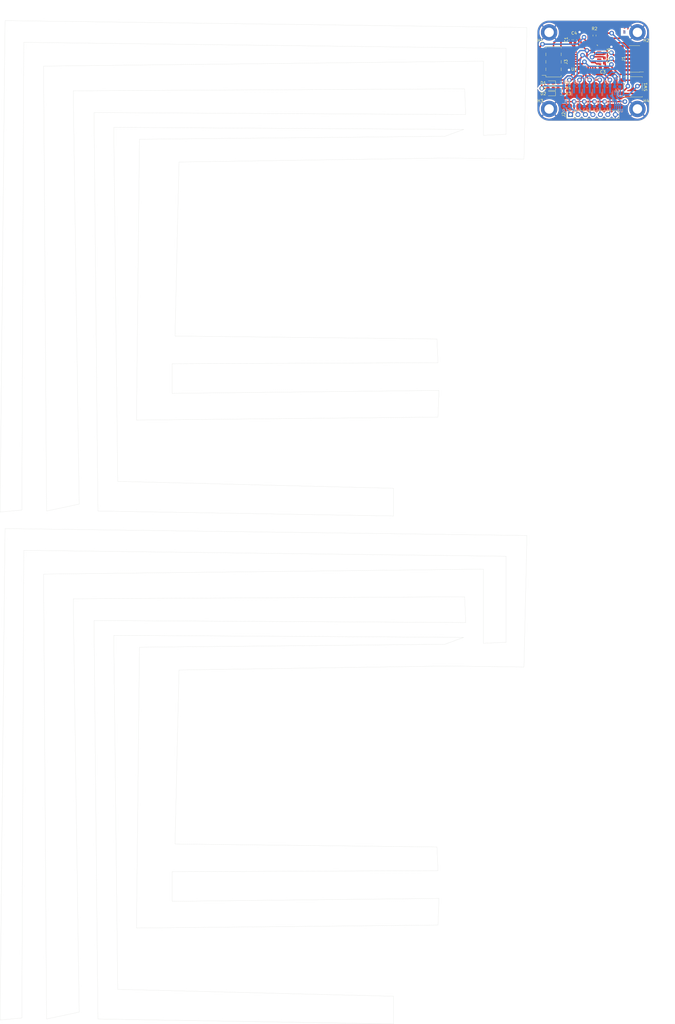
<source format=kicad_pcb>
(kicad_pcb (version 20221018) (generator pcbnew)
  (layers (0 "F.Cu" signal) (31 "B.Cu" signal) (34 "B.Paste" user) (35 "F.Paste" user) (36 "B.SilkS" user "B.Silkscreen") (37 "F.SilkS" user "F.Silkscreen") (38 "B.Mask" user) (39 "F.Mask" user) (44 "Edge.Cuts" user))
  (net 0 "")
  (net 1 "+5V-v2-")
  (net 2 "GND-v2-")
  (net 3 "+3.3V-v2-")
  (net 4 "Net-(D1-K)-v2-")
  (net 6 "Net-(D3-K)-v2-")
  (net 7 "Status_LED-v2-")
  (net 8 "Data_Clock_SNES-v2-")
  (net 9 "Data_Latch_SNES-v2-")
  (net 10 "Net-(D2-K)-v2-")
  (net 11 "Serial_Data1_SNES-v2-")
  (net 12 "Serial_Data2_SNES-v2-")
  (net 13 "SPI_Chip_Select-v2-")
  (net 14 "Chip_Enable-v2-")
  (net 15 "SPI_Digital_Input-v2-")
  (net 16 "SPI_Clock-v2-")
  (net 17 "SPI_Digital_Output-v2-")
  (net 18 "IOBit_SNES-v2-")
  (net 19 "Data_Clock_STM32-v2-")
  (net 20 "Data_Latch_STM32-v2-")
  (net 21 "Appairing_Btn-v2-")
  (net 22 "Net-(U2-BP)-v2-")
  (net 23 "SWDIO-v2-")
  (net 24 "SWDCK-v2-")
  (net 27 "NRST-v2-")
  (net 28 "USART2_RX-v2-")
  (net 29 "USART2_TX-v2-")
  (net 30 "Serial_Data1_STM32-v2-")
  (net 31 "IOBit_STM32-v2-")
  (net 32 "Serial_Data2_STM32-v2-")
  (footprint "Capacitor_SMD:C_0603_1608Metric_Pad1.08x0.95mm_HandSolder" (layer "F.Cu") (at 206.0025 17.19)
    (fp_text reference "C3")
    (fp_text value "100n")
  )
  (footprint "Diode_SMD:D_0603_1608Metric_Pad1.05x0.95mm_HandSolder" (layer "F.Cu") (at 188.26875 26.05 180)
    (fp_text reference "D2")
    (fp_text value "LED_Small")
  )
  (footprint "Diode_SMD:D_0603_1608Metric_Pad1.05x0.95mm_HandSolder" (layer "F.Cu") (at 188.26875 22.45 180)
    (fp_text reference "D1")
    (fp_text value "LED_Small")
  )
  (footprint "MountingHole:MountingHole_3.2mm_M3_DIN965_Pad" (layer "F.Cu") (at 187.75 31.25)
    (fp_text reference "H3")
    (fp_text value "MountingHole_Pad")
  )
  (footprint "Connector_PinHeader_1.27mm:PinHeader_2x07_P1.27mm_Vertical_SMD" (layer "F.Cu") (at 216.75 14.25 180)
    (fp_text reference "J1")
    (fp_text value "Conn_02x07_Odd_Even")
  )
  (footprint "Capacitor_SMD:C_0603_1608Metric_Pad1.08x0.95mm_HandSolder" (layer "F.Cu") (at 206.51 11.5 90)
    (fp_text reference "C5")
    (fp_text value "100n")
  )
  (footprint "Package_QFP:LQFP-32_7x7mm_P0.8mm" (layer "F.Cu") (at 200.6 13.15 180)
    (fp_text reference "U1")
    (fp_text value "STM32L412KBTx")
  )
  (footprint "Capacitor_SMD:C_0603_1608Metric_Pad1.08x0.95mm_HandSolder" (layer "F.Cu") (at 206.51 14.8025 90)
    (fp_text reference "C2")
    (fp_text value "100n")
  )
  (footprint "Resistor_SMD:R_0603_1608Metric_Pad0.98x0.95mm_HandSolder" (layer "F.Cu") (at 191.76875 22.45)
    (fp_text reference "R1")
    (fp_text value "1k")
  )
  (footprint "Resistor_SMD:R_0603_1608Metric_Pad0.98x0.95mm_HandSolder" (layer "F.Cu") (at 191.76875 26.05)
    (fp_text reference "R3")
    (fp_text value "1k")
  )
  (footprint "Capacitor_SMD:C_0603_1608Metric_Pad1.08x0.95mm_HandSolder" (layer "F.Cu") (at 195.05 7.75 90)
    (fp_text reference "C1")
    (fp_text value "10u")
  )
  (footprint "MountingHole:MountingHole_3.2mm_M3_DIN965_Pad" (layer "F.Cu") (at 187.75 5.25)
    (fp_text reference "H1")
    (fp_text value "MountingHole_Pad")
  )
  (footprint "MountingHole:MountingHole_3.2mm_M3_DIN965_Pad" (layer "F.Cu") (at 217.75 31.25)
    (fp_text reference "H4")
    (fp_text value "MountingHole_Pad")
  )
  (footprint "Connector_PinHeader_2.54mm:PinHeader_1x07_P2.54mm_Vertical" (layer "F.Cu") (at 195 33.15 90)
    (fp_text reference "J2")
    (fp_text value "Conn_01x07_Socket")
  )
  (footprint "Resistor_SMD:R_0603_1608Metric_Pad0.98x0.95mm_HandSolder" (layer "F.Cu") (at 191.76875 24.25)
    (fp_text reference "R4")
    (fp_text value "1k")
  )
  (footprint "Connector_PinSocket_2.54mm:PinSocket_2x04_P2.54mm_Vertical_SMD" (layer "F.Cu") (at 189.25 15.25 180)
    (fp_text reference "J3")
    (fp_text value "Conn_01x08_Socket")
  )
  (footprint "Resistor_SMD:R_0603_1608Metric_Pad0.98x0.95mm_HandSolder" (layer "F.Cu") (at 203.17 6.32 90)
    (fp_text reference "R2")
    (fp_text value "10k")
  )
  (footprint "Button_Switch_SMD:SW_SPST_B3S-1000" (layer "F.Cu") (at 216.25 23.75 180)
    (fp_text reference "SW1")
    (fp_text value "SW_SPST")
  )
  (footprint "Capacitor_SMD:C_0603_1608Metric_Pad1.08x0.95mm_HandSolder" (layer "F.Cu") (at 196.55 7.75 90)
    (fp_text reference "C4")
    (fp_text value "100n")
  )
  (footprint "Diode_SMD:D_0603_1608Metric_Pad1.05x0.95mm_HandSolder" (layer "F.Cu") (at 188.26875 24.25 180)
    (fp_text reference "D3")
    (fp_text value "LED")
  )
  (footprint "MountingHole:MountingHole_3.2mm_M3_DIN965_Pad" (layer "F.Cu") (at 217.75 5.25)
    (fp_text reference "H2")
    (fp_text value "MountingHole_Pad")
  )
  (footprint "Resistor_SMD:R_0603_1608Metric_Pad0.98x0.95mm_HandSolder" (layer "B.Cu") (at 200.6 23.45)
    (fp_text reference "R7")
    (fp_text value "10k")
  )
  (footprint "Capacitor_SMD:C_0603_1608Metric_Pad1.08x0.95mm_HandSolder" (layer "B.Cu") (at 210.9 22.2 180)
    (fp_text reference "C7")
    (fp_text value "2.2u")
  )
  (footprint "Resistor_SMD:R_0603_1608Metric_Pad0.98x0.95mm_HandSolder" (layer "B.Cu") (at 200.6 30.35)
    (fp_text reference "R12")
    (fp_text value "10k")
  )
  (footprint "Package_TO_SOT_SMD:SOT-23" (layer "B.Cu") (at 207.5 26.15 -90)
    (fp_text reference "Q5")
    (fp_text value "2N7002")
  )
  (footprint "Resistor_SMD:R_0603_1608Metric_Pad0.98x0.95mm_HandSolder" (layer "B.Cu") (at 197.15 23.45)
    (fp_text reference "R6")
    (fp_text value "10k")
  )
  (footprint "Package_TO_SOT_SMD:SOT-23" (layer "B.Cu") (at 197.15 26.15 -90)
    (fp_text reference "Q2")
    (fp_text value "2N7002")
  )
  (footprint "Resistor_SMD:R_0603_1608Metric_Pad0.98x0.95mm_HandSolder" (layer "B.Cu") (at 207.5 30.35)
    (fp_text reference "R14")
    (fp_text value "10k")
  )
  (footprint "Resistor_SMD:R_0603_1608Metric_Pad0.98x0.95mm_HandSolder" (layer "B.Cu") (at 193.7 23.45)
    (fp_text reference "R5")
    (fp_text value "10k")
  )
  (footprint "Package_TO_SOT_SMD:SOT-23" (layer "B.Cu") (at 193.7 26.15 -90)
    (fp_text reference "Q1")
    (fp_text value "2N7002")
  )
  (footprint "Resistor_SMD:R_0603_1608Metric_Pad0.98x0.95mm_HandSolder" (layer "B.Cu") (at 207.5 23.45)
    (fp_text reference "R9")
    (fp_text value "10k")
  )
  (footprint "Resistor_SMD:R_0603_1608Metric_Pad0.98x0.95mm_HandSolder" (layer "B.Cu") (at 197.15 30.35)
    (fp_text reference "R11")
    (fp_text value "10k")
  )
  (footprint "Capacitor_SMD:C_0603_1608Metric_Pad1.08x0.95mm_HandSolder" (layer "B.Cu") (at 210.9 23.7 180)
    (fp_text reference "C6")
    (fp_text value "470p")
  )
  (footprint "Resistor_SMD:R_0603_1608Metric_Pad0.98x0.95mm_HandSolder" (layer "B.Cu") (at 204.05 23.45)
    (fp_text reference "R8")
    (fp_text value "10k")
  )
  (footprint "Package_TO_SOT_SMD:SOT-23" (layer "B.Cu") (at 204.05 26.15 -90)
    (fp_text reference "Q4")
    (fp_text value "2N7002")
  )
  (footprint "Resistor_SMD:R_0603_1608Metric_Pad0.98x0.95mm_HandSolder" (layer "B.Cu") (at 204.05 30.35)
    (fp_text reference "R13")
    (fp_text value "10k")
  )
  (footprint "Package_TO_SOT_SMD:SOT-23" (layer "B.Cu") (at 200.6 26.15 -90)
    (fp_text reference "Q3")
    (fp_text value "2N7002")
  )
  (footprint "Package_SO:MSOP-8_3x3mm_P0.65mm" (layer "B.Cu") (at 211.0125 27.9 -90)
    (fp_text reference "U2")
    (fp_text value "MIC5219-3.3YMM")
  )
  (footprint "Resistor_SMD:R_0603_1608Metric_Pad0.98x0.95mm_HandSolder" (layer "B.Cu") (at 193.7 30.35)
    (fp_text reference "R10")
    (fp_text value "10k")
  )
  (gr_line (start 150.329937 299.32989) (end 59.679937 300.32989) (stroke (width 0.05)) (layer "Edge.Cuts"))
  (gr_line (start 33.149937 32.47989) (end 34.489937 167.78989) (stroke (width 0.05)) (layer "Edge.Cuts"))
  (gr_line (start 134.889937 169.46989) (end 134.889937 160.06989) (stroke (width 0.05)) (layer "Edge.Cuts"))
  (gr_line (start 152.349937 213.03989) (end 48.599937 214.03989) (stroke (width 0.05)) (layer "Edge.Cuts"))
  (gr_line (start 165.439937 15.01989) (end 16.029937 16.69989) (stroke (width 0.05)) (layer "Edge.Cuts"))
  (gr_line (start 1.249937 340.62989) (end 8.639937 339.94989) (stroke (width 0.05)) (layer "Edge.Cuts"))
  (gr_line (start 34.489937 167.78989) (end 134.889937 169.46989) (stroke (width 0.05)) (layer "Edge.Cuts"))
  (gr_line (start 150.329937 126.82989) (end 59.679937 127.82989) (stroke (width 0.05)) (layer "Edge.Cuts"))
  (gr_line (start 153.019937 220.41989) (end 179.209937 220.75989) (stroke (width 0.05)) (layer "Edge.Cuts"))
  (gr_arc (start 183.75 5.25) (mid 184.921573 2.421573) (end 187.75 1.25) (stroke (width 0.1)) (layer "Edge.Cuts"))
  (gr_line (start 173.159937 183.14989) (end 173.159937 212.35989) (stroke (width 0.05)) (layer "Edge.Cuts"))
  (gr_line (start 159.059937 196.91989) (end 159.399937 205.64989) (stroke (width 0.05)) (layer "Edge.Cuts"))
  (gr_line (start 165.439937 187.51989) (end 16.029937 189.19989) (stroke (width 0.05)) (layer "Edge.Cuts"))
  (gr_line (start 187.75 1.25) (end 217.75 1.25) (stroke (width 0.1)) (layer "Edge.Cuts"))
  (gr_line (start 165.439937 40.19989) (end 165.439937 15.01989) (stroke (width 0.05)) (layer "Edge.Cuts"))
  (gr_line (start 17.039937 167.78989) (end 28.119937 165.43989) (stroke (width 0.05)) (layer "Edge.Cuts"))
  (gr_line (start 153.019937 47.91989) (end 179.209937 48.25989) (stroke (width 0.05)) (layer "Edge.Cuts"))
  (gr_line (start 2.929937 173.74989) (end 1.249937 340.62989) (stroke (width 0.05)) (layer "Edge.Cuts"))
  (gr_line (start 173.159937 10.64989) (end 173.159937 39.85989) (stroke (width 0.05)) (layer "Edge.Cuts"))
  (gr_line (start 48.599937 41.53989) (end 47.589937 136.89989) (stroke (width 0.05)) (layer "Edge.Cuts"))
  (gr_line (start 149.659937 109.36989) (end 60.679937 108.35989) (stroke (width 0.05)) (layer "Edge.Cuts"))
  (gr_line (start 134.889937 332.56989) (end 41.209937 330.21989) (stroke (width 0.05)) (layer "Edge.Cuts"))
  (gr_line (start 158.729937 210.68989) (end 152.349937 213.03989) (stroke (width 0.05)) (layer "Edge.Cuts"))
  (gr_line (start 173.159937 212.35989) (end 165.439937 212.69989) (stroke (width 0.05)) (layer "Edge.Cuts"))
  (gr_line (start 1.249937 168.12989) (end 8.639937 167.44989) (stroke (width 0.05)) (layer "Edge.Cuts"))
  (gr_line (start 59.679937 290.25989) (end 149.999937 289.92989) (stroke (width 0.05)) (layer "Edge.Cuts"))
  (gr_line (start 180.219937 176.09989) (end 2.929937 173.74989) (stroke (width 0.05)) (layer "Edge.Cuts"))
  (gr_line (start 26.099937 197.58989) (end 159.059937 196.91989) (stroke (width 0.05)) (layer "Edge.Cuts"))
  (gr_line (start 26.099937 25.08989) (end 159.059937 24.41989) (stroke (width 0.05)) (layer "Edge.Cuts"))
  (gr_line (start 59.679937 300.32989) (end 59.679937 290.25989) (stroke (width 0.05)) (layer "Edge.Cuts"))
  (gr_line (start 158.729937 38.18989) (end 152.349937 40.53989) (stroke (width 0.05)) (layer "Edge.Cuts"))
  (gr_line (start 149.999937 289.92989) (end 149.659937 281.86989) (stroke (width 0.05)) (layer "Edge.Cuts"))
  (gr_line (start 149.999937 308.38989) (end 150.329937 299.32989) (stroke (width 0.05)) (layer "Edge.Cuts"))
  (gr_line (start 16.029937 16.69989) (end 17.039937 167.78989) (stroke (width 0.05)) (layer "Edge.Cuts"))
  (gr_line (start 59.679937 127.82989) (end 59.679937 117.75989) (stroke (width 0.05)) (layer "Edge.Cuts"))
  (gr_line (start 28.119937 165.43989) (end 26.099937 25.08989) (stroke (width 0.05)) (layer "Edge.Cuts"))
  (gr_line (start 165.439937 212.69989) (end 165.439937 187.51989) (stroke (width 0.05)) (layer "Edge.Cuts"))
  (gr_line (start 60.679937 280.85989) (end 62.029937 221.76989) (stroke (width 0.05)) (layer "Edge.Cuts"))
  (gr_line (start 62.029937 221.76989) (end 153.019937 220.41989) (stroke (width 0.05)) (layer "Edge.Cuts"))
  (gr_line (start 16.029937 189.19989) (end 17.039937 340.28989) (stroke (width 0.05)) (layer "Edge.Cuts"))
  (gr_line (start 149.659937 281.86989) (end 60.679937 280.85989) (stroke (width 0.05)) (layer "Edge.Cuts"))
  (gr_line (start 159.399937 205.64989) (end 33.149937 204.97989) (stroke (width 0.05)) (layer "Edge.Cuts"))
  (gr_arc (start 221.75 31.25) (mid 220.578427 34.078427) (end 217.75 35.25) (stroke (width 0.1)) (layer "Edge.Cuts"))
  (gr_line (start 39.869937 210.00989) (end 158.729937 210.68989) (stroke (width 0.05)) (layer "Edge.Cuts"))
  (gr_line (start 159.059937 24.41989) (end 159.399937 33.14989) (stroke (width 0.05)) (layer "Edge.Cuts"))
  (gr_line (start 9.309937 8.63989) (end 173.159937 10.64989) (stroke (width 0.05)) (layer "Edge.Cuts"))
  (gr_line (start 39.869937 37.50989) (end 158.729937 38.18989) (stroke (width 0.05)) (layer "Edge.Cuts"))
  (gr_line (start 217.75 35.25) (end 187.75 35.25) (stroke (width 0.1)) (layer "Edge.Cuts"))
  (gr_line (start 47.589937 136.89989) (end 149.999937 135.88989) (stroke (width 0.05)) (layer "Edge.Cuts"))
  (gr_line (start 173.159937 39.85989) (end 165.439937 40.19989) (stroke (width 0.05)) (layer "Edge.Cuts"))
  (gr_line (start 60.679937 108.35989) (end 62.029937 49.26989) (stroke (width 0.05)) (layer "Edge.Cuts"))
  (gr_line (start 8.639937 339.94989) (end 9.309937 181.13989) (stroke (width 0.05)) (layer "Edge.Cuts"))
  (gr_arc (start 217.75 1.25) (mid 220.578427 2.421573) (end 221.75 5.25) (stroke (width 0.1)) (layer "Edge.Cuts"))
  (gr_line (start 221.75 5.25) (end 221.75 31.25) (stroke (width 0.1)) (layer "Edge.Cuts"))
  (gr_line (start 2.929937 1.24989) (end 1.249937 168.12989) (stroke (width 0.05)) (layer "Edge.Cuts"))
  (gr_line (start 134.889937 341.96989) (end 134.889937 332.56989) (stroke (width 0.05)) (layer "Edge.Cuts"))
  (gr_line (start 41.209937 157.71989) (end 39.869937 37.50989) (stroke (width 0.05)) (layer "Edge.Cuts"))
  (gr_line (start 152.349937 40.53989) (end 48.599937 41.53989) (stroke (width 0.05)) (layer "Edge.Cuts"))
  (gr_line (start 134.889937 160.06989) (end 41.209937 157.71989) (stroke (width 0.05)) (layer "Edge.Cuts"))
  (gr_line (start 28.119937 337.93989) (end 26.099937 197.58989) (stroke (width 0.05)) (layer "Edge.Cuts"))
  (gr_line (start 47.589937 309.39989) (end 149.999937 308.38989) (stroke (width 0.05)) (layer "Edge.Cuts"))
  (gr_line (start 159.399937 33.14989) (end 33.149937 32.47989) (stroke (width 0.05)) (layer "Edge.Cuts"))
  (gr_line (start 183.75 31.25) (end 183.75 5.25) (stroke (width 0.1)) (layer "Edge.Cuts"))
  (gr_line (start 34.489937 340.28989) (end 134.889937 341.96989) (stroke (width 0.05)) (layer "Edge.Cuts"))
  (gr_line (start 62.029937 49.26989) (end 153.019937 47.91989) (stroke (width 0.05)) (layer "Edge.Cuts"))
  (gr_line (start 33.149937 204.97989) (end 34.489937 340.28989) (stroke (width 0.05)) (layer "Edge.Cuts"))
  (gr_line (start 8.639937 167.44989) (end 9.309937 8.63989) (stroke (width 0.05)) (layer "Edge.Cuts"))
  (gr_line (start 17.039937 340.28989) (end 28.119937 337.93989) (stroke (width 0.05)) (layer "Edge.Cuts"))
  (gr_line (start 41.209937 330.21989) (end 39.869937 210.00989) (stroke (width 0.05)) (layer "Edge.Cuts"))
  (gr_line (start 179.209937 48.25989) (end 180.219937 3.59989) (stroke (width 0.05)) (layer "Edge.Cuts"))
  (gr_line (start 59.679937 117.75989) (end 149.999937 117.42989) (stroke (width 0.05)) (layer "Edge.Cuts"))
  (gr_line (start 9.309937 181.13989) (end 173.159937 183.14989) (stroke (width 0.05)) (layer "Edge.Cuts"))
  (gr_arc (start 187.75 35.25) (mid 184.921573 34.078427) (end 183.75 31.25) (stroke (width 0.1)) (layer "Edge.Cuts"))
  (gr_line (start 149.999937 135.88989) (end 150.329937 126.82989) (stroke (width 0.05)) (layer "Edge.Cuts"))
  (gr_line (start 149.999937 117.42989) (end 149.659937 109.36989) (stroke (width 0.05)) (layer "Edge.Cuts"))
  (gr_line (start 180.219937 3.59989) (end 2.929937 1.24989) (stroke (width 0.05)) (layer "Edge.Cuts"))
  (gr_line (start 48.599937 214.03989) (end 47.589937 309.39989) (stroke (width 0.05)) (layer "Edge.Cuts"))
  (gr_line (start 179.209937 220.75989) (end 180.219937 176.09989) (stroke (width 0.05)) (layer "Edge.Cuts"))
  (gr_text "T" (at 212.75 5.75) (layer "F.Cu") (effects (font (size 1 1)) (justify left bottom)))
  (gr_text "SNES Plug" (at 205.75 3.75) (layer "F.Cu") (effects (font (size 1 1)) (justify left bottom)))
  (gr_text "B" (at 212.75 5.75) (layer "B.Cu") (effects (font (size 1 1)) (justify left bottom)))
  (segment (start 203.1375 28.75) (end 206.5875 28.75) (width 0.5) (layer "F.Cu") (net 1))
  (segment (start 196.2375 31.9125) (end 195 33.15) (width 0.5) (layer "F.Cu") (net 1))
  (segment (start 206.5875 28.75) (end 213.5 28.75) (width 0.5) (layer "F.Cu") (net 1))
  (segment (start 196.2375 28.75) (end 199.6875 28.75) (width 0.3) (layer "F.Cu") (net 1))
  (segment (start 190.25 27.5) (end 191.5 28.75) (width 0.5) (layer "F.Cu") (net 1))
  (segment (start 187.39375 26.05) (end 187.39375 26.084561) (width 0.5) (layer "F.Cu") (net 1))
  (segment (start 196.2375 28.75) (end 196.2375 31.9125) (width 0.5) (layer "F.Cu") (net 1))
  (segment (start 203.1375 28.75) (end 199.6875 28.75) (width 0.5) (layer "F.Cu") (net 1))
  (segment (start 191.5 28.75) (end 196.2375 28.75) (width 0.5) (layer "F.Cu") (net 1))
  (segment (start 187.39375 26.084561) (end 188.809189 27.5) (width 0.5) (layer "F.Cu") (net 1))
  (segment (start 188.809189 27.5) (end 190.25 27.5) (width 0.5) (layer "F.Cu") (net 1))
  (via (at 213.5 28.75) (size 1.6) (drill 0.8) (layers "F.Cu" "B.Cu") (net 1))
  (via (at 203.1375 28.75) (size 1.6) (drill 0.8) (layers "F.Cu" "B.Cu") (net 1))
  (via (at 199.6875 28.75) (size 1.6) (drill 0.8) (layers "F.Cu" "B.Cu") (net 1))
  (via (at 206.5875 28.75) (size 1.6) (drill 0.8) (layers "F.Cu" "B.Cu") (net 1))
  (via (at 196.2375 28.75) (size 1.6) (drill 0.8) (layers "F.Cu" "B.Cu") (net 1))
  (segment (start 203.1375 28.75) (end 203.1375 30.35) (width 0.5) (layer "B.Cu") (net 1))
  (segment (start 195 33.15) (end 195 32.5625) (width 0.5) (layer "B.Cu") (net 1))
  (segment (start 206.5875 28.75) (end 206.5875 30.35) (width 0.5) (layer "B.Cu") (net 1))
  (segment (start 213.4 28.65) (end 212.106739 28.65) (width 0.5) (layer "B.Cu") (net 1))
  (segment (start 213.5 28.75) (end 213.4 28.65) (width 0.5) (layer "B.Cu") (net 1))
  (segment (start 212.106739 28.65) (end 210.6875 27.230761) (width 0.5) (layer "B.Cu") (net 1))
  (segment (start 196.2375 30.35) (end 196.2375 28.75) (width 0.5) (layer "B.Cu") (net 1))
  (segment (start 210.6875 25.7875) (end 210.6875 27.230761) (width 0.3) (layer "B.Cu") (net 1))
  (segment (start 195 32.5625) (end 192.7875 30.35) (width 0.5) (layer "B.Cu") (net 1))
  (segment (start 199.6875 28.75) (end 199.6875 30.35) (width 0.5) (layer "B.Cu") (net 1))
  (segment (start 193.44 19.06) (end 191.77 19.06) (width 0.5) (layer "F.Cu") (net 2))
  (segment (start 206.51 15.665) (end 206.51 15.591193) (width 0.5) (layer "F.Cu") (net 2))
  (segment (start 196.55 6.8875) (end 196.55 6.7) (width 0.5) (layer "F.Cu") (net 2))
  (segment (start 205.84 18.215) (end 206.865 17.19) (width 0.5) (layer "F.Cu") (net 2))
  (segment (start 206.51 15.591193) (end 207.535 14.566193) (width 0.5) (layer "F.Cu") (net 2))
  (segment (start 196.55 6.7) (end 198.1 5.15) (width 0.5) (layer "F.Cu") (net 2))
  (segment (start 208.899189 10.15) (end 208.411689 10.6375) (width 0.5) (layer "F.Cu") (net 2))
  (segment (start 204.29 18.215) (end 205.84 18.215) (width 0.5) (layer "F.Cu") (net 2))
  (segment (start 194.5 18) (end 193.44 19.06) (width 0.5) (layer "F.Cu") (net 2))
  (segment (start 208.411689 10.6375) (end 206.51 10.6375) (width 0.5) (layer "F.Cu") (net 2))
  (segment (start 207.535 14.566193) (end 207.535 11.6625) (width 0.5) (layer "F.Cu") (net 2))
  (segment (start 195.05 6.8875) (end 196.55 6.8875) (width 0.5) (layer "F.Cu") (net 2))
  (segment (start 197.8 5.45) (end 197.8 8.975) (width 0.5) (layer "F.Cu") (net 2))
  (segment (start 206.865 17.19) (end 206.865 16.02) (width 0.5) (layer "F.Cu") (net 2))
  (segment (start 207.535 11.6625) (end 206.51 10.6375) (width 0.5) (layer "F.Cu") (net 2))
  (segment (start 198.1 5.15) (end 197.8 5.45) (width 0.5) (layer "F.Cu") (net 2))
  (segment (start 203.4 17.325) (end 204.29 18.215) (width 0.5) (layer "F.Cu") (net 2))
  (segment (start 206.865 16.02) (end 206.51 15.665) (width 0.5) (layer "F.Cu") (net 2))
  (via (at 194.5 18) (size 1.6) (drill 0.8) (layers "F.Cu" "B.Cu") (net 2))
  (via (at 210.0375 20.15) (size 1.6) (drill 0.8) (layers "F.Cu" "B.Cu") (net 2))
  (via (at 208.899189 10.15) (size 1.6) (drill 0.8) (layers "F.Cu" "B.Cu") (net 2))
  (via (at 198.1 5.15) (size 1.6) (drill 0.8) (layers "F.Cu" "B.Cu") (net 2))
  (segment (start 206.15 10.15) (end 201.15 5.15) (width 0.5) (layer "B.Cu") (net 2))
  (segment (start 210.0375 22.2) (end 210.0375 23.7) (width 0.5) (layer "B.Cu") (net 2))
  (segment (start 210.0375 20.1875) (end 210 20.15) (width 0.5) (layer "B.Cu") (net 2))
  (segment (start 201.15 5.15) (end 198.1 5.15) (width 0.5) (layer "B.Cu") (net 2))
  (segment (start 210.0375 22.2) (end 210.0375 20.15) (width 0.5) (layer "B.Cu") (net 2))
  (segment (start 208.899189 10.15) (end 206.15 10.15) (width 0.5) (layer "B.Cu") (net 2))
  (segment (start 206.51 12.3625) (end 206.1225 12.75) (width 0.5) (layer "F.Cu") (net 3))
  (segment (start 185.25 24.25) (end 185.25 20.54) (width 0.5) (layer "F.Cu") (net 3))
  (segment (start 202.4 11.4) (end 200.6 11.4) (width 0.5) (layer "F.Cu") (net 3))
  (segment (start 196.425 10.35) (end 196.425 8.7375) (width 0.5) (layer "F.Cu") (net 3))
  (segment (start 206.1225 12.75) (end 204.775 12.75) (width 0.5) (layer "F.Cu") (net 3))
  (segment (start 195.05 8.975) (end 196.425 10.35) (width 0.5) (layer "F.Cu") (net 3))
  (segment (start 203.870406 15.95) (end 203.420406 15.5) (width 0.5) (layer "F.Cu") (net 3))
  (segment (start 212.275 21.5) (end 220.225 21.5) (width 0.5) (layer "F.Cu") (net 3))
  (segment (start 205.14 17.19) (end 205.14 16.315) (width 0.5) (layer "F.Cu") (net 3))
  (segment (start 220.75 20.975) (end 220.75 17.14) (width 0.5) (layer "F.Cu") (net 3))
  (segment (start 203.420406 15.5) (end 202.290811 15.5) (width 0.5) (layer "F.Cu") (net 3))
  (segment (start 218.7 16.79) (end 220.4 16.79) (width 0.5) (layer "F.Cu") (net 3))
  (segment (start 204.775 15.95) (end 203.870406 15.95) (width 0.5) (layer "F.Cu") (net 3))
  (segment (start 220.225 21.5) (end 220.75 20.975) (width 0.5) (layer "F.Cu") (net 3))
  (segment (start 195.05 8.6125) (end 195.05 8.975) (width 0.5) (layer "F.Cu") (net 3))
  (segment (start 185.25 20.54) (end 186.73 19.06) (width 0.5) (layer "F.Cu") (net 3))
  (segment (start 203.75 12.75) (end 202.4 11.4) (width 0.5) (layer "F.Cu") (net 3))
  (segment (start 218.225 23.5) (end 220.225 21.5) (width 0.5) (layer "F.Cu") (net 3))
  (segment (start 205.14 16.315) (end 204.775 15.95) (width 0.5) (layer "F.Cu") (net 3))
  (segment (start 199.55 10.35) (end 196.425 10.35) (width 0.5) (layer "F.Cu") (net 3))
  (segment (start 202.290811 15.5) (end 200.6 13.809189) (width 0.5) (layer "F.Cu") (net 3))
  (segment (start 217.75 23.5) (end 218.225 23.5) (width 0.5) (layer "F.Cu") (net 3))
  (segment (start 220.4 16.79) (end 220.75 17.14) (width 0.5) (layer "F.Cu") (net 3))
  (segment (start 187.39375 24.25) (end 185.25 24.25) (width 0.5) (layer "F.Cu") (net 3))
  (segment (start 204.775 12.75) (end 203.75 12.75) (width 0.5) (layer "F.Cu") (net 3))
  (segment (start 200.6 13.809189) (end 200.6 11.4) (width 0.5) (layer "F.Cu") (net 3))
  (segment (start 196.425 8.7375) (end 196.55 8.6125) (width 0.5) (layer "F.Cu") (net 3))
  (segment (start 200.6 11.4) (end 199.55 10.35) (width 0.5) (layer "F.Cu") (net 3))
  (via (at 217.75 23.5) (size 1.6) (drill 0.8) (layers "F.Cu" "B.Cu") (net 3))
  (via (at 200.6 11.4) (size 1.6) (drill 0.8) (layers "F.Cu" "B.Cu") (net 3))
  (via (at 185.25 24.25) (size 1.6) (drill 0.8) (layers "F.Cu" "B.Cu") (net 3))
  (segment (start 192.75 25.2125) (end 192.75 23.4875) (width 0.5) (layer "B.Cu") (net 3))
  (segment (start 203.1 23.4875) (end 203.1375 23.45) (width 0.5) (layer "B.Cu") (net 3))
  (segment (start 214.743261 26.506739) (end 217.75 23.5) (width 0.5) (layer "B.Cu") (net 3))
  (segment (start 185.25 24.25) (end 186.05 23.45) (width 0.5) (layer "B.Cu") (net 3))
  (segment (start 186.05 23.45) (end 192.7875 23.45) (width 0.5) (layer "B.Cu") (net 3))
  (segment (start 197.303311 12.446689) (end 197.303311 20.05) (width 0.5) (layer "B.Cu") (net 3))
  (segment (start 199.65 23.4875) (end 199.6875 23.45) (width 0.5) (layer "B.Cu") (net 3))
  (segment (start 192.75 23.4875) (end 192.7875 23.45) (width 0.5) (layer "B.Cu") (net 3))
  (segment (start 204.203311 20.05) (end 203.1375 21.115811) (width 0.5) (layer "B.Cu") (net 3))
  (segment (start 211.7625 22.2) (end 211.7625 19.965811) (width 0.5) (layer "B.Cu") (net 3))
  (segment (start 199.6875 21.115811) (end 198.621689 20.05) (width 0.5) (layer "B.Cu") (net 3))
  (segment (start 212.45 22.2) (end 211.7625 22.2) (width 0.5) (layer "B.Cu") (net 3))
  (segment (start 210.596689 18.8) (end 208.903311 18.8) (width 0.5) (layer "B.Cu") (net 3))
  (segment (start 211.3375 25.7875) (end 211.3375 26.727817) (width 0.3) (layer "B.Cu") (net 3))
  (segment (start 196.2375 21.115811) (end 196.2375 23.45) (width 0.5) (layer "B.Cu") (net 3))
  (segment (start 200.6 11.4) (end 198.35 11.4) (width 0.5) (layer "B.Cu") (net 3))
  (segment (start 213 26.506739) (end 213 22.75) (width 0.5) (layer "B.Cu") (net 3))
  (segment (start 195.171689 20.05) (end 196.2375 21.115811) (width 0.5) (layer "B.Cu") (net 3))
  (segment (start 211.7625 19.965811) (end 210.596689 18.8) (width 0.5) (layer "B.Cu") (net 3))
  (segment (start 192.7875 23.45) (end 192.7875 21.315811) (width 0.5) (layer "B.Cu") (net 3))
  (segment (start 205.521689 20.05) (end 204.203311 20.05) (width 0.5) (layer "B.Cu") (net 3))
  (segment (start 199.65 25.2125) (end 199.65 23.4875) (width 0.5) (layer "B.Cu") (net 3))
  (segment (start 208.903311 18.8) (end 206.5875 21.115811) (width 0.5) (layer "B.Cu") (net 3))
  (segment (start 214.743261 26.506739) (end 213 26.506739) (width 0.5) (layer "B.Cu") (net 3))
  (segment (start 206.55 25.2125) (end 206.55 23.4875) (width 0.5) (layer "B.Cu") (net 3))
  (segment (start 206.5875 21.115811) (end 205.521689 20.05) (width 0.5) (layer "B.Cu") (net 3))
  (segment (start 199.6875 21.115811) (end 200.753311 20.05) (width 0.5) (layer "B.Cu") (net 3))
  (segment (start 203.1375 21.115811) (end 203.1375 23.45) (width 0.5) (layer "B.Cu") (net 3))
  (segment (start 197.303311 20.05) (end 196.2375 21.115811) (width 0.5) (layer "B.Cu") (net 3))
  (segment (start 212.356739 27.15) (end 211.759683 27.15) (width 0.5) (layer "B.Cu") (net 3))
  (segment (start 198.35 11.4) (end 197.303311 12.446689) (width 0.5) (layer "B.Cu") (net 3))
  (segment (start 196.2 25.2125) (end 196.2 23.4875) (width 0.5) (layer "B.Cu") (net 3))
  (segment (start 192.7875 21.315811) (end 194.053311 20.05) (width 0.5) (layer "B.Cu") (net 3))
  (segment (start 211.3375 26.727817) (end 211.759683 27.15) (width 0.3) (layer "B.Cu") (net 3))
  (segment (start 206.55 23.4875) (end 206.5875 23.45) (width 0.5) (layer "B.Cu") (net 3))
  (segment (start 198.621689 20.05) (end 197.303311 20.05) (width 0.5) (layer "B.Cu") (net 3))
  (segment (start 213 26.506739) (end 212.356739 27.15) (width 0.5) (layer "B.Cu") (net 3))
  (segment (start 203.1 25.2125) (end 203.1 23.4875) (width 0.5) (layer "B.Cu") (net 3))
  (segment (start 202.071689 20.05) (end 203.1375 21.115811) (width 0.5) (layer "B.Cu") (net 3))
  (segment (start 206.5875 23.45) (end 206.5875 21.115811) (width 0.5) (layer "B.Cu") (net 3))
  (segment (start 213 22.75) (end 212.45 22.2) (width 0.5) (layer "B.Cu") (net 3))
  (segment (start 199.6875 23.45) (end 199.6875 21.115811) (width 0.5) (layer "B.Cu") (net 3))
  (segment (start 200.753311 20.05) (end 202.071689 20.05) (width 0.5) (layer "B.Cu") (net 3))
  (segment (start 196.2 23.4875) (end 196.2375 23.45) (width 0.5) (layer "B.Cu") (net 3))
  (segment (start 194.053311 20.05) (end 195.171689 20.05) (width 0.5) (layer "B.Cu") (net 3))
  (segment (start 190.85625 22.45) (end 189.14375 22.45) (width 0.5) (layer "F.Cu") (net 4))
  (segment (start 190.85625 24.25) (end 189.14375 24.25) (width 0.5) (layer "F.Cu") (net 6))
  (segment (start 188.41875 21.425) (end 192.575 21.425) (width 0.5) (layer "F.Cu") (net 7))
  (segment (start 194 20) (end 195.125 20) (width 0.5) (layer "F.Cu") (net 7))
  (segment (start 192.575 21.425) (end 194 20) (width 0.5) (layer "F.Cu") (net 7))
  (segment (start 187.39375 22.45) (end 188.41875 21.425) (width 0.5) (layer "F.Cu") (net 7))
  (segment (start 195.125 20) (end 197.8 17.325) (width 0.5) (layer "F.Cu") (net 7))
  (segment (start 196.0125 31.75) (end 194.6125 30.35) (width 0.5) (layer "B.Cu") (net 8))
  (segment (start 197.54 33.15) (end 197.54 32.54) (width 0.5) (layer "B.Cu") (net 8))
  (segment (start 194.6125 30.35) (end 194.6125 28) (width 0.5) (layer "B.Cu") (net 8))
  (segment (start 197.54 32.54) (end 196.75 31.75) (width 0.5) (layer "B.Cu") (net 8))
  (segment (start 196.75 31.75) (end 196.0125 31.75) (width 0.5) (layer "B.Cu") (net 8))
  (segment (start 194.6125 28) (end 193.7 27.0875) (width 0.5) (layer "B.Cu") (net 8))
  (segment (start 198.0625 30.35) (end 198.0625 28) (width 0.5) (layer "B.Cu") (net 9))
  (segment (start 198.0625 31.2125) (end 200 33.15) (width 0.5) (layer "B.Cu") (net 9))
  (segment (start 198.0625 30.35) (end 198.0625 31.2125) (width 0.5) (layer "B.Cu") (net 9))
  (segment (start 198.0625 28) (end 197.15 27.0875) (width 0.5) (layer "B.Cu") (net 9))
  (segment (start 189.14375 26.05) (end 190.85625 26.05) (width 0.5) (layer "F.Cu") (net 10))
  (segment (start 201.5125 28) (end 200.6 27.0875) (width 0.5) (layer "B.Cu") (net 11))
  (segment (start 201.5125 30.35) (end 201.5125 32.1625) (width 0.5) (layer "B.Cu") (net 11))
  (segment (start 201.5125 32.1625) (end 202.5 33.15) (width 0.5) (layer "B.Cu") (net 11))
  (segment (start 201.5125 30.35) (end 201.5125 28) (width 0.5) (layer "B.Cu") (net 11))
  (segment (start 204.9625 28) (end 204.05 27.0875) (width 0.5) (layer "B.Cu") (net 12))
  (segment (start 204.9625 30.35) (end 204.9625 33.1125) (width 0.5) (layer "B.Cu") (net 12))
  (segment (start 204.9625 30.35) (end 204.9625 28) (width 0.5) (layer "B.Cu") (net 12))
  (segment (start 204.9625 33.1125) (end 205 33.15) (width 0.5) (layer "B.Cu") (net 12))
  (segment (start 188 15.25) (end 186.73 16.52) (width 0.5) (layer "F.Cu") (net 13))
  (segment (start 194.85 11.15) (end 194 12) (width 0.5) (layer "F.Cu") (net 13))
  (segment (start 193.5 15.25) (end 188 15.25) (width 0.5) (layer "F.Cu") (net 13))
  (segment (start 196.425 11.15) (end 194.85 11.15) (width 0.5) (layer "F.Cu") (net 13))
  (segment (start 194 14.75) (end 193.5 15.25) (width 0.5) (layer "F.Cu") (net 13))
  (segment (start 194 12) (end 194 14.75) (width 0.5) (layer "F.Cu") (net 13))
  (segment (start 195.125 12.345406) (end 195.520406 11.95) (width 0.5) (layer "F.Cu") (net 14))
  (segment (start 195.125 15.625) (end 195.125 12.345406) (width 0.5) (layer "F.Cu") (net 14))
  (segment (start 194.23 16.52) (end 195.125 15.625) (width 0.5) (layer "F.Cu") (net 14))
  (segment (start 195.520406 11.95) (end 196.425 11.95) (width 0.5) (layer "F.Cu") (net 14))
  (segment (start 191.77 16.52) (end 194.23 16.52) (width 0.5) (layer "F.Cu") (net 14))
  (segment (start 196.486307 3.8) (end 198.8 3.8) (width 0.5) (layer "F.Cu") (net 15))
  (segment (start 198.8 3.8) (end 201 6) (width 0.5) (layer "F.Cu") (net 15))
  (segment (start 191.77 8.516307) (end 196.486307 3.8) (width 0.5) (layer "F.Cu") (net 15))
  (segment (start 201 6) (end 201 8.975) (width 0.5) (layer "F.Cu") (net 15))
  (segment (start 191.77 11.44) (end 191.77 8.516307) (width 0.5) (layer "F.Cu") (net 15))
  (segment (start 199.75 2.5) (end 201.8 4.55) (width 0.5) (layer "F.Cu") (net 16))
  (segment (start 201.8 4.55) (end 201.8 8.975) (width 0.5) (layer "F.Cu") (net 16))
  (segment (start 189.25 9) (end 195.75 2.5) (width 0.5) (layer "F.Cu") (net 16))
  (segment (start 189.25 12.46) (end 189.25 9) (width 0.5) (layer "F.Cu") (net 16))
  (segment (start 191.77 13.98) (end 190.77 13.98) (width 0.5) (layer "F.Cu") (net 16))
  (segment (start 190.77 13.98) (end 189.25 12.46) (width 0.5) (layer "F.Cu") (net 16))
  (segment (start 195.75 2.5) (end 199.75 2.5) (width 0.5) (layer "F.Cu") (net 16))
  (segment (start 199.6 6.9) (end 199.6 7.470406) (width 0.5) (layer "F.Cu") (net 17))
  (segment (start 184.68 12.93) (end 184.68 10.07) (width 0.5) (layer "F.Cu") (net 17))
  (segment (start 184.68 10.07) (end 185.5 9.25) (width 0.5) (layer "F.Cu") (net 17))
  (segment (start 186.73 13.98) (end 185.73 13.98) (width 0.5) (layer "F.Cu") (net 17))
  (segment (start 199.6 7.470406) (end 200.2 8.070406) (width 0.5) (layer "F.Cu") (net 17))
  (segment (start 185.73 13.98) (end 184.68 12.93) (width 0.5) (layer "F.Cu") (net 17))
  (segment (start 200.2 8.070406) (end 200.2 8.975) (width 0.5) (layer "F.Cu") (net 17))
  (via (at 185.5 9.25) (size 1.6) (drill 0.8) (layers "F.Cu" "B.Cu") (net 17))
  (via (at 199.6 6.9) (size 1.6) (drill 0.8) (layers "F.Cu" "B.Cu") (net 17))
  (segment (start 185.5 9.25) (end 197.25 9.25) (width 0.5) (layer "B.Cu") (net 17))
  (segment (start 197.25 9.25) (end 199.6 6.9) (width 0.5) (layer "B.Cu") (net 17))
  (segment (start 208.4125 28) (end 207.5 27.0875) (width 0.5) (layer "B.Cu") (net 18))
  (segment (start 208.4125 30.35) (end 208.4125 32.2375) (width 0.5) (layer "B.Cu") (net 18))
  (segment (start 208.4125 30.35) (end 208.4125 28) (width 0.5) (layer "B.Cu") (net 18))
  (segment (start 208.4125 32.2375) (end 207.5 33.15) (width 0.5) (layer "B.Cu") (net 18))
  (segment (start 194.6125 21.4) (end 195.429594 21.4) (width 0.5) (layer "F.Cu") (net 19))
  (segment (start 198.6 18.229594) (end 198.6 17.325) (width 0.5) (layer "F.Cu") (net 19))
  (segment (start 195.429594 21.4) (end 198.6 18.229594) (width 0.5) (layer "F.Cu") (net 19))
  (via (at 194.6125 21.4) (size 1.6) (drill 0.8) (layers "F.Cu" "B.Cu") (net 19))
  (segment (start 194.6125 23.45) (end 194.6125 21.4) (width 0.5) (layer "B.Cu") (net 19))
  (segment (start 194.65 25.2125) (end 194.65 23.4875) (width 0.5) (layer "B.Cu") (net 19))
  (segment (start 194.65 23.4875) (end 194.6125 23.45) (width 0.5) (layer "B.Cu") (net 19))
  (segment (start 199.4 20.0625) (end 199.4 17.325) (width 0.5) (layer "F.Cu") (net 20))
  (segment (start 198.0625 21.4) (end 199.4 20.0625) (width 0.5) (layer "F.Cu") (net 20))
  (via (at 198.0625 21.4) (size 1.6) (drill 0.8) (layers "F.Cu" "B.Cu") (net 20))
  (segment (start 198.1 25.2125) (end 198.1 23.4875) (width 0.5) (layer "B.Cu") (net 20))
  (segment (start 198.1 23.4875) (end 198.0625 23.45) (width 0.5) (layer "B.Cu") (net 20))
  (segment (start 198.0625 23.45) (end 198.0625 21.4) (width 0.5) (layer "B.Cu") (net 20))
  (segment (start 214.5 23.75) (end 212.275 25.975) (width 0.5) (layer "F.Cu") (net 21))
  (segment (start 220.225 26) (end 212.275 26) (width 0.5) (layer "F.Cu") (net 21))
  (segment (start 202.6 8.975) (end 202.6 7.8025) (width 0.5) (layer "F.Cu") (net 21))
  (segment (start 212.275 25.975) (end 212.275 26) (width 0.5) (layer "F.Cu") (net 21))
  (segment (start 202.6 7.8025) (end 203.17 7.2325) (width 0.5) (layer "F.Cu") (net 21))
  (segment (start 204.9025 5.5) (end 203.17 7.2325) (width 0.5) (layer "F.Cu") (net 21))
  (segment (start 209 5.5) (end 204.9025 5.5) (width 0.5) (layer "F.Cu") (net 21))
  (segment (start 214.5 23.5) (end 214.5 23.75) (width 0.5) (layer "F.Cu") (net 21))
  (via (at 209 5.5) (size 1.6) (drill 0.8) (layers "F.Cu" "B.Cu") (net 21))
  (via (at 214.5 23.5) (size 1.6) (drill 0.8) (layers "F.Cu" "B.Cu") (net 21))
  (segment (start 214.5 11) (end 209 5.5) (width 0.5) (layer "B.Cu") (net 21))
  (segment (start 214.5 23.5) (end 214.5 11) (width 0.5) (layer "B.Cu") (net 21))
  (segment (start 211.9875 25.7875) (end 211.9875 23.925) (width 0.3) (layer "B.Cu") (net 22))
  (segment (start 211.9875 23.925) (end 211.7625 23.7) (width 0.3) (layer "B.Cu") (net 22))
  (segment (start 199.1 13.379594) (end 199.1 13) (width 0.5) (layer "F.Cu") (net 23))
  (segment (start 196.425 15.15) (end 197.329594 15.15) (width 0.5) (layer "F.Cu") (net 23))
  (segment (start 212.809189 18.06) (end 208.899189 14.15) (width 0.5) (layer "F.Cu") (net 23))
  (segment (start 197.329594 15.15) (end 199.1 13.379594) (width 0.5) (layer "F.Cu") (net 23))
  (segment (start 214.8 18.06) (end 212.809189 18.06) (width 0.5) (layer "F.Cu") (net 23))
  (via (at 208.899189 14.15) (size 1.6) (drill 0.8) (layers "F.Cu" "B.Cu") (net 23))
  (via (at 199.1 13) (size 1.6) (drill 0.8) (layers "F.Cu" "B.Cu") (net 23))
  (segment (start 199.1 13) (end 199.75 13) (width 0.5) (layer "B.Cu") (net 23))
  (segment (start 201.75 15) (end 208.049189 15) (width 0.5) (layer "B.Cu") (net 23))
  (segment (start 208.049189 15) (end 208.899189 14.15) (width 0.5) (layer "B.Cu") (net 23))
  (segment (start 199.75 13) (end 201.75 15) (width 0.5) (layer "B.Cu") (net 23))
  (segment (start 199.05 15.95) (end 196.425 15.95) (width 0.5) (layer "F.Cu") (net 24))
  (segment (start 216.43 19.5) (end 211.5 19.5) (width 0.5) (layer "F.Cu") (net 24))
  (segment (start 199.75 15.25) (end 199.05 15.95) (width 0.5) (layer "F.Cu") (net 24))
  (segment (start 217.87 18.06) (end 216.43 19.5) (width 0.5) (layer "F.Cu") (net 24))
  (segment (start 208.899189 16.899189) (end 208.899189 16.15) (width 0.5) (layer "F.Cu") (net 24))
  (segment (start 218.7 18.06) (end 217.87 18.06) (width 0.5) (layer "F.Cu") (net 24))
  (segment (start 211.5 19.5) (end 208.899189 16.899189) (width 0.5) (layer "F.Cu") (net 24))
  (via (at 208.899189 16.15) (size 1.6) (drill 0.8) (layers "F.Cu" "B.Cu") (net 24))
  (via (at 199.75 15.25) (size 1.6) (drill 0.8) (layers "F.Cu" "B.Cu") (net 24))
  (segment (start 208.299189 16.75) (end 208.899189 16.15) (width 0.5) (layer "B.Cu") (net 24))
  (segment (start 201.25 16.75) (end 208.299189 16.75) (width 0.5) (layer "B.Cu") (net 24))
  (segment (start 199.75 15.25) (end 201.25 16.75) (width 0.5) (layer "B.Cu") (net 24))
  (segment (start 209.729189 12.98) (end 208.899189 12.15) (width 0.5) (layer "F.Cu") (net 27))
  (segment (start 214.8 12.98) (end 209.729189 12.98) (width 0.5) (layer "F.Cu") (net 27))
  (segment (start 206.12 13.55) (end 204.775 13.55) (width 0.5) (layer "F.Cu") (net 27))
  (segment (start 206.51 13.94) (end 206.12 13.55) (width 0.5) (layer "F.Cu") (net 27))
  (segment (start 202.45 13.55) (end 202.35 13.65) (width 0.5) (layer "F.Cu") (net 27))
  (segment (start 204.775 13.55) (end 202.45 13.55) (width 0.5) (layer "F.Cu") (net 27))
  (via (at 202.35 13.65) (size 1.6) (drill 0.8) (layers "F.Cu" "B.Cu") (net 27))
  (via (at 208.899189 12.15) (size 1.6) (drill 0.8) (layers "F.Cu" "B.Cu") (net 27))
  (segment (start 203.85 12.15) (end 202.35 13.65) (width 0.5) (layer "B.Cu") (net 27))
  (segment (start 208.899189 12.15) (end 203.85 12.15) (width 0.5) (layer "B.Cu") (net 27))
  (segment (start 216.75 9.72) (end 216.75 11.25) (width 0.5) (layer "F.Cu") (net 28))
  (segment (start 203.4 8.975) (end 205.125 7.25) (width 0.5) (layer "F.Cu") (net 28))
  (segment (start 214.28 7.25) (end 216.75 9.72) (width 0.5) (layer "F.Cu") (net 28))
  (segment (start 216.75 11.25) (end 216.29 11.71) (width 0.5) (layer "F.Cu") (net 28))
  (segment (start 216.29 11.71) (end 214.8 11.71) (width 0.5) (layer "F.Cu") (net 28))
  (segment (start 205.125 7.25) (end 214.28 7.25) (width 0.5) (layer "F.Cu") (net 28))
  (segment (start 214.8 10.44) (end 213.16 8.8) (width 0.5) (layer "F.Cu") (net 29))
  (segment (start 213.16 8.8) (end 206.325 8.8) (width 0.5) (layer "F.Cu") (net 29))
  (segment (start 206.325 8.8) (end 204.775 10.35) (width 0.5) (layer "F.Cu") (net 29))
  (segment (start 200.2 20.0875) (end 201.5125 21.4) (width 0.5) (layer "F.Cu") (net 30))
  (segment (start 200.2 17.325) (end 200.2 20.0875) (width 0.5) (layer "F.Cu") (net 30))
  (via (at 201.5125 21.4) (size 1.6) (drill 0.8) (layers "F.Cu" "B.Cu") (net 30))
  (segment (start 201.5125 23.45) (end 201.5125 21.4) (width 0.5) (layer "B.Cu") (net 30))
  (segment (start 201.55 25.2125) (end 201.55 23.4875) (width 0.5) (layer "B.Cu") (net 30))
  (segment (start 201.55 23.4875) (end 201.5125 23.45) (width 0.5) (layer "B.Cu") (net 30))
  (segment (start 202.789036 19.55) (end 201.8 18.560964) (width 0.5) (layer "F.Cu") (net 31))
  (segment (start 208.4125 21.4) (end 206.5625 19.55) (width 0.5) (layer "F.Cu") (net 31))
  (segment (start 201.8 18.560964) (end 201.8 17.325) (width 0.5) (layer "F.Cu") (net 31))
  (segment (start 206.5625 19.55) (end 202.789036 19.55) (width 0.5) (layer "F.Cu") (net 31))
  (via (at 208.4125 21.4) (size 1.6) (drill 0.8) (layers "F.Cu" "B.Cu") (net 31))
  (segment (start 208.45 25.2125) (end 208.45 23.4875) (width 0.5) (layer "B.Cu") (net 31))
  (segment (start 208.45 23.4875) (end 208.4125 23.45) (width 0.5) (layer "B.Cu") (net 31))
  (segment (start 208.4125 23.45) (end 208.4125 21.4) (width 0.5) (layer "B.Cu") (net 31))
  (segment (start 204.9625 21.4) (end 203.421689 21.4) (width 0.5) (layer "F.Cu") (net 32))
  (segment (start 203.421689 21.4) (end 201 18.978311) (width 0.5) (layer "F.Cu") (net 32))
  (segment (start 201 18.978311) (end 201 17.325) (width 0.5) (layer "F.Cu") (net 32))
  (via (at 204.9625 21.4) (size 1.6) (drill 0.8) (layers "F.Cu" "B.Cu") (net 32))
  (segment (start 204.9625 23.45) (end 204.9625 21.4) (width 0.5) (layer "B.Cu") (net 32))
  (segment (start 205 25.2125) (end 205 23.4875) (width 0.5) (layer "B.Cu") (net 32))
  (segment (start 205 23.4875) (end 204.9625 23.45) (width 0.5) (layer "B.Cu") (net 32))
  (zone (net 2) (net_name "GND-v2-") (layer "F.Cu") (connect_pads (clearance 0.5)) (min_thickness 0.25) (fill yes (thermal_gap 0.5) (thermal_bridge_width 0.5))
    (polygon (pts (xy 183.75 1.25) (xy 221.75 1.25) (xy 221.75 35.25) (xy 183.75 35.25)))
  )
  (zone (net 2) (net_name "GND-v2-") (layer "B.Cu") (priority 1) (connect_pads (clearance 0.5)) (min_thickness 0.25) (fill yes (thermal_gap 0.5) (thermal_bridge_width 0.5))
    (polygon (pts (xy 183.75 1.25) (xy 221.75 1.25) (xy 221.75 35.25) (xy 183.75 35.25)))
  )
)
</source>
